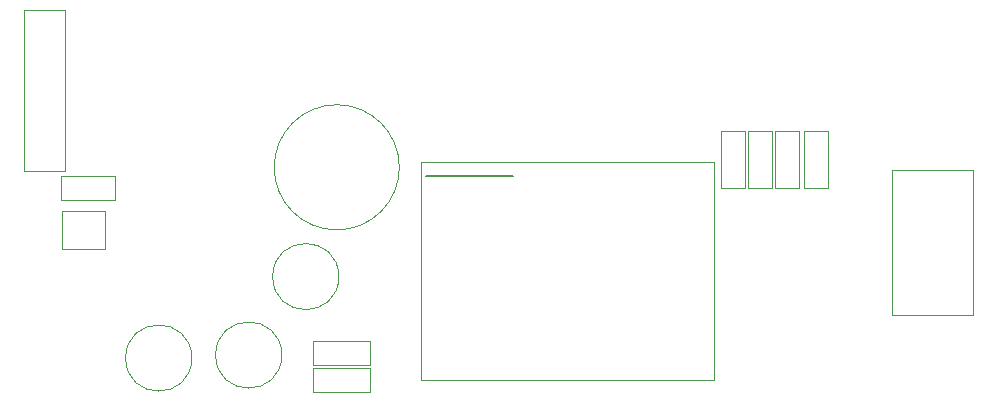
<source format=gbr>
G04 #@! TF.FileFunction,Other,User*
%FSLAX46Y46*%
G04 Gerber Fmt 4.6, Leading zero omitted, Abs format (unit mm)*
G04 Created by KiCad (PCBNEW 4.0.4-stable) date 02/12/17 18:05:13*
%MOMM*%
%LPD*%
G01*
G04 APERTURE LIST*
%ADD10C,0.100000*%
%ADD11C,0.050000*%
%ADD12C,0.152400*%
G04 APERTURE END LIST*
D10*
D11*
X168918000Y-91095000D02*
X160668000Y-91095000D01*
X160668000Y-91095000D02*
X160668000Y-108595000D01*
X160668000Y-108595000D02*
X160668000Y-109595000D01*
X160668000Y-109595000D02*
X185418000Y-109595000D01*
X185418000Y-109595000D02*
X185418000Y-91095000D01*
X185418000Y-91095000D02*
X168918000Y-91095000D01*
D12*
X161036000Y-92329000D02*
X168402000Y-92329000D01*
D11*
X193056000Y-88532000D02*
X193056000Y-93332000D01*
X195056000Y-88532000D02*
X195056000Y-93332000D01*
X193056000Y-88532000D02*
X195056000Y-88532000D01*
X193056000Y-93332000D02*
X195056000Y-93332000D01*
X151524000Y-110601000D02*
X156324000Y-110601000D01*
X151524000Y-108601000D02*
X156324000Y-108601000D01*
X151524000Y-110601000D02*
X151524000Y-108601000D01*
X156324000Y-110601000D02*
X156324000Y-108601000D01*
X134761000Y-92345000D02*
X130161000Y-92345000D01*
X134761000Y-94345000D02*
X130161000Y-94345000D01*
X134761000Y-92345000D02*
X134761000Y-94345000D01*
X130161000Y-92345000D02*
X130161000Y-94345000D01*
X200512000Y-91767000D02*
X200512000Y-104067000D01*
X200512000Y-104067000D02*
X207412000Y-104067000D01*
X207412000Y-104067000D02*
X207412000Y-91767000D01*
X207412000Y-91767000D02*
X200512000Y-91767000D01*
X127028000Y-91920000D02*
X127028000Y-78220000D01*
X130528000Y-91920000D02*
X130528000Y-78220000D01*
X127028000Y-91920000D02*
X130528000Y-91920000D01*
X127028000Y-78220000D02*
X130528000Y-78220000D01*
X186071000Y-88532000D02*
X186071000Y-93332000D01*
X188071000Y-88532000D02*
X188071000Y-93332000D01*
X186071000Y-88532000D02*
X188071000Y-88532000D01*
X186071000Y-93332000D02*
X188071000Y-93332000D01*
X188357000Y-88532000D02*
X188357000Y-93332000D01*
X190357000Y-88532000D02*
X190357000Y-93332000D01*
X188357000Y-88532000D02*
X190357000Y-88532000D01*
X188357000Y-93332000D02*
X190357000Y-93332000D01*
X190643000Y-88532000D02*
X190643000Y-93332000D01*
X192643000Y-88532000D02*
X192643000Y-93332000D01*
X190643000Y-88532000D02*
X192643000Y-88532000D01*
X190643000Y-93332000D02*
X192643000Y-93332000D01*
X156324000Y-106315000D02*
X151524000Y-106315000D01*
X156324000Y-108315000D02*
X151524000Y-108315000D01*
X156324000Y-106315000D02*
X156324000Y-108315000D01*
X151524000Y-106315000D02*
X151524000Y-108315000D01*
X133880000Y-95301000D02*
X130280000Y-95301000D01*
X130280000Y-95301000D02*
X130280000Y-98501000D01*
X130280000Y-98501000D02*
X133880000Y-98501000D01*
X133880000Y-98501000D02*
X133880000Y-95301000D01*
X158803000Y-91567000D02*
G75*
G03X158803000Y-91567000I-5300000J0D01*
G01*
X153676000Y-100818000D02*
G75*
G03X153676000Y-100818000I-2800000J0D01*
G01*
X148850000Y-107462000D02*
G75*
G03X148850000Y-107462000I-2800000J0D01*
G01*
X141230000Y-107716000D02*
G75*
G03X141230000Y-107716000I-2800000J0D01*
G01*
M02*

</source>
